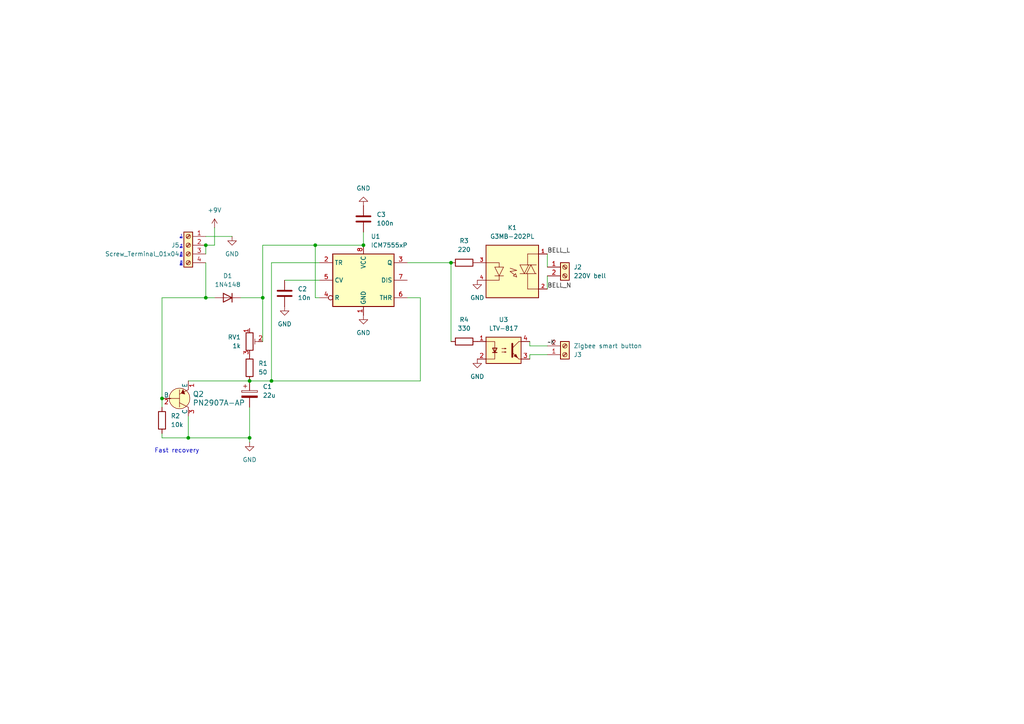
<source format=kicad_sch>
(kicad_sch (version 20250114) (generator "eeschema") (generator_version "9.0")
  (paper "A4")
  (title_block (title "Door bell") (date "2026-02-19") (rev "1.0") (company "Quinot Engineering"))
  (lib_symbols
    (symbol "Connector:Screw_Terminal_01x02" (pin_names (offset 1.016) (hide yes))
      (property "Reference" "J" (at 0 2.54 0))
      (property "Value" "Screw_Terminal_01x02" (at 0 -5.08 0))
      (symbol "Screw_Terminal_01x02_1_1"
        (rectangle (start -1.27 1.27) (end 1.27 -3.81) (stroke (width 0.254)) (fill (type background)))
        (polyline (pts (xy -0.5334 0.3302) (xy 0.3302 -0.508)) (stroke (width 0.1524)))
        (polyline (pts (xy -0.5334 -2.2098) (xy 0.3302 -3.048)) (stroke (width 0.1524)))
        (polyline (pts (xy -0.3556 0.508) (xy 0.508 -0.3302)) (stroke (width 0.1524)))
        (polyline (pts (xy -0.3556 -2.032) (xy 0.508 -2.8702)) (stroke (width 0.1524)))
        (circle (center 0 0) (radius 0.635) (stroke (width 0.1524)))
        (circle (center 0 -2.54) (radius 0.635) (stroke (width 0.1524)))
        (pin passive line (at -5.08 0 0) (length 3.81) (name "Pin_1") (number "1"))
        (pin passive line (at -5.08 -2.54 0) (length 3.81) (name "Pin_2") (number "2"))
      )
    )
    (symbol "Connector:Screw_Terminal_01x04" (pin_names (offset 1.016) (hide yes))
      (property "Reference" "J" (at 0 5.08 0))
      (property "Value" "Screw_Terminal_01x04" (at 0 -7.62 0))
      (symbol "Screw_Terminal_01x04_1_1"
        (rectangle (start -1.27 3.81) (end 1.27 -6.35) (stroke (width 0.254)) (fill (type background)))
        (polyline (pts (xy -0.5334 2.8702) (xy 0.3302 2.032)) (stroke (width 0.1524)))
        (polyline (pts (xy -0.5334 0.3302) (xy 0.3302 -0.508)) (stroke (width 0.1524)))
        (polyline (pts (xy -0.5334 -2.2098) (xy 0.3302 -3.048)) (stroke (width 0.1524)))
        (polyline (pts (xy -0.5334 -4.7498) (xy 0.3302 -5.588)) (stroke (width 0.1524)))
        (polyline (pts (xy -0.3556 3.048) (xy 0.508 2.2098)) (stroke (width 0.1524)))
        (polyline (pts (xy -0.3556 0.508) (xy 0.508 -0.3302)) (stroke (width 0.1524)))
        (polyline (pts (xy -0.3556 -2.032) (xy 0.508 -2.8702)) (stroke (width 0.1524)))
        (polyline (pts (xy -0.3556 -4.572) (xy 0.508 -5.4102)) (stroke (width 0.1524)))
        (circle (center 0 2.54) (radius 0.635) (stroke (width 0.1524)))
        (circle (center 0 0) (radius 0.635) (stroke (width 0.1524)))
        (circle (center 0 -2.54) (radius 0.635) (stroke (width 0.1524)))
        (circle (center 0 -5.08) (radius 0.635) (stroke (width 0.1524)))
        (pin passive line (at -5.08 2.54 0) (length 3.81) (name "Pin_1") (number "1"))
        (pin passive line (at -5.08 0 0) (length 3.81) (name "Pin_2") (number "2"))
        (pin passive line (at -5.08 -2.54 0) (length 3.81) (name "Pin_3") (number "3"))
        (pin passive line (at -5.08 -5.08 0) (length 3.81) (name "Pin_4") (number "4"))
      )
    )
    (symbol "Device:C" (pin_numbers (hide yes)) (pin_names (offset 0.254))
      (property "Reference" "C" (at 0.635 2.54 0))
      (property "Value" "C" (at 0.635 -2.54 0))
      (symbol "C_0_1"
        (polyline (pts (xy -2.032 0.762) (xy 2.032 0.762)) (stroke (width 0.508)))
        (polyline (pts (xy -2.032 -0.762) (xy 2.032 -0.762)) (stroke (width 0.508)))
      )
      (symbol "C_1_1"
        (pin passive line (at 0 3.81 270) (length 2.794) (name "~") (number "1"))
        (pin passive line (at 0 -3.81 90) (length 2.794) (name "~") (number "2"))
      )
    )
    (symbol "Device:C_Polarized" (pin_numbers (hide yes)) (pin_names (offset 0.254))
      (property "Reference" "C" (at 0.635 2.54 0))
      (property "Value" "C_Polarized" (at 0.635 -2.54 0))
      (symbol "C_Polarized_0_1"
        (rectangle (start -2.286 0.508) (end 2.286 1.016))
        (polyline (pts (xy -1.778 2.286) (xy -0.762 2.286)))
        (polyline (pts (xy -1.27 2.794) (xy -1.27 1.778)))
        (rectangle (start 2.286 -0.508) (end -2.286 -1.016) (fill (type outline)))
      )
      (symbol "C_Polarized_1_1"
        (pin passive line (at 0 3.81 270) (length 2.794) (name "~") (number "1"))
        (pin passive line (at 0 -3.81 90) (length 2.794) (name "~") (number "2"))
      )
    )
    (symbol "Device:R" (pin_numbers (hide yes)) (pin_names (offset 0))
      (property "Reference" "R" (at 2.032 0 90))
      (property "Value" "R" (at 0 0 90))
      (symbol "R_0_1"
        (rectangle (start -1.016 -2.54) (end 1.016 2.54) (stroke (width 0.254)))
      )
      (symbol "R_1_1"
        (pin passive line (at 0 3.81 270) (length 1.27) (name "~") (number "1"))
        (pin passive line (at 0 -3.81 90) (length 1.27) (name "~") (number "2"))
      )
    )
    (symbol "Device:R_Potentiometer_Trim" (pin_names (offset 1.016) (hide yes))
      (property "Reference" "RV" (at -4.445 0 90))
      (property "Value" "R_Potentiometer_Trim" (at -2.54 0 90))
      (symbol "R_Potentiometer_Trim_0_1"
        (rectangle (start 1.016 2.54) (end -1.016 -2.54) (stroke (width 0.254)))
        (polyline (pts (xy 1.524 0.762) (xy 1.524 -0.762)))
        (polyline (pts (xy 2.54 0) (xy 1.524 0)))
      )
      (symbol "R_Potentiometer_Trim_1_1"
        (pin passive line (at 0 3.81 270) (length 1.27) (name "1") (number "1"))
        (pin passive line (at 0 -3.81 90) (length 1.27) (name "3") (number "3"))
        (pin passive line (at 3.81 0 180) (length 1.27) (name "2") (number "2"))
      )
    )
    (symbol "Diode:1N4148" (pin_numbers (hide yes)) (pin_names (hide yes))
      (property "Reference" "D" (at 0 2.54 0))
      (property "Value" "1N4148" (at 0 -2.54 0))
      (symbol "1N4148_0_1"
        (polyline (pts (xy -1.27 1.27) (xy -1.27 -1.27)) (stroke (width 0.254)))
        (polyline (pts (xy 1.27 1.27) (xy 1.27 -1.27) (xy -1.27 0) (xy 1.27 1.27)) (stroke (width 0.254)))
        (polyline (pts (xy 1.27 0) (xy -1.27 0)))
      )
      (symbol "1N4148_1_1"
        (pin passive line (at -3.81 0 0) (length 2.54) (name "K") (number "1"))
        (pin passive line (at 3.81 0 180) (length 2.54) (name "A") (number "2"))
      )
    )
    (symbol "G3MB-202PL:G3MB-202PL" (pin_names (offset 1.016))
      (property "Reference" "K" (at -7.62 7.62 0))
      (property "Value" "G3MB-202PL" (at -7.62 -7.62 0))
      (symbol "G3MB-202PL_0_0"
        (rectangle (start -7.62 -7.62) (end 7.62 7.62) (stroke (width 0.254)) (fill (type background)))
        (polyline (pts (xy -5.08 1.27) (xy -3.81 -1.27)) (stroke (width 0.1524)))
        (polyline (pts (xy -5.08 -1.27) (xy -3.81 -1.27)) (stroke (width 0.1524)))
        (polyline (pts (xy -3.81 2.54) (xy -7.62 2.54)) (stroke (width 0.1524)))
        (polyline (pts (xy -3.81 1.27) (xy -5.08 1.27)) (stroke (width 0.1524)))
        (polyline (pts (xy -3.81 1.27) (xy -3.81 2.54)) (stroke (width 0.1524)))
        (polyline (pts (xy -3.81 -1.27) (xy -3.81 -2.54)) (stroke (width 0.1524)))
        (polyline (pts (xy -3.81 -1.27) (xy -2.54 1.27)) (stroke (width 0.1524)))
        (polyline (pts (xy -3.81 -1.27) (xy -2.54 -1.27)) (stroke (width 0.1524)))
        (polyline (pts (xy -3.81 -2.54) (xy -7.62 -2.54)) (stroke (width 0.1524)))
        (polyline (pts (xy -2.54 1.27) (xy -3.81 1.27)) (stroke (width 0.1524)))
        (polyline (pts (xy -0.635 0.9525) (xy 1.27 0.3175)) (stroke (width 0.1524)))
        (polyline (pts (xy -0.635 0) (xy 0.635 -0.9525)) (stroke (width 0.1524)))
        (polyline (pts (xy 0.3175 -1.27) (xy 1.27 -1.5875)) (stroke (width 0.1524)))
        (polyline (pts (xy 0.635 -0.9525) (xy 0.3175 -1.27)) (stroke (width 0.1524)))
        (polyline (pts (xy 0.9525 -0.635) (xy 0.635 -0.9525)) (stroke (width 0.1524)))
        (polyline (pts (xy 1.27 0.3175) (xy -0.635 0)) (stroke (width 0.1524)))
        (polyline (pts (xy 1.27 -1.5875) (xy 0.9525 -0.635)) (stroke (width 0.1524)))
        (polyline (pts (xy 2.2225 1.905) (xy 4.445 1.905)) (stroke (width 0.1524)))
        (polyline (pts (xy 2.2225 -0.635) (xy 3.4925 -0.635)) (stroke (width 0.1524)))
        (polyline (pts (xy 3.4925 -0.635) (xy 2.2225 1.905)) (stroke (width 0.1524)))
        (polyline (pts (xy 3.4925 -0.635) (xy 4.1275 -0.635)) (stroke (width 0.1524)))
        (polyline (pts (xy 4.1275 -0.635) (xy 4.445 -0.635)) (stroke (width 0.1524)))
        (polyline (pts (xy 4.445 5.08) (xy 4.445 1.905)) (stroke (width 0.1524)))
        (polyline (pts (xy 4.445 5.08) (xy 7.62 5.08)) (stroke (width 0.1524)))
        (polyline (pts (xy 4.445 1.905) (xy 4.7625 1.905)) (stroke (width 0.1524)))
        (polyline (pts (xy 4.445 -0.635) (xy 4.445 -5.08)) (stroke (width 0.1524)))
        (polyline (pts (xy 4.445 -0.635) (xy 6.6675 -0.635)) (stroke (width 0.1524)))
        (polyline (pts (xy 4.445 -5.08) (xy 7.62 -5.08)) (stroke (width 0.1524)))
        (polyline (pts (xy 4.7625 1.905) (xy 3.4925 -0.635)) (stroke (width 0.1524)))
        (polyline (pts (xy 4.7625 1.905) (xy 5.3975 1.905)) (stroke (width 0.1524)))
        (polyline (pts (xy 5.3975 1.905) (xy 4.1275 -0.635)) (stroke (width 0.1524)))
        (polyline (pts (xy 5.3975 1.905) (xy 6.985 1.905)) (stroke (width 0.1524)))
        (polyline (pts (xy 6.6675 -0.635) (xy 5.3975 1.905)) (stroke (width 0.1524)))
        (polyline (pts (xy 6.6675 -0.635) (xy 6.985 -0.635)) (stroke (width 0.1524)))
        (pin passive line (at -10.16 2.54 0) (length 2.54) (name "~") (number "3"))
        (pin passive line (at -10.16 -2.54 0) (length 2.54) (name "~") (number "4"))
        (pin passive line (at 10.16 5.08 180) (length 2.54) (name "~") (number "1"))
        (pin passive line (at 10.16 -5.08 180) (length 2.54) (name "~") (number "2"))
      )
    )
    (symbol "Isolator:LTV-817" (pin_names (offset 1.016))
      (property "Reference" "U" (at -5.08 5.08 0))
      (property "Value" "LTV-817" (at 0 5.08 0))
      (symbol "LTV-817_0_1"
        (rectangle (start -5.08 3.81) (end 5.08 -3.81) (stroke (width 0.254)) (fill (type background)))
        (polyline (pts (xy -5.08 2.54) (xy -2.54 2.54) (xy -2.54 -0.762)))
        (polyline (pts (xy -3.175 -0.635) (xy -1.905 -0.635)) (stroke (width 0.254)))
        (polyline (pts (xy -2.54 -0.635) (xy -2.54 -2.54) (xy -5.08 -2.54)))
        (polyline (pts (xy -2.54 -0.635) (xy -3.175 0.635) (xy -1.905 0.635) (xy -2.54 -0.635)) (stroke (width 0.254)))
        (polyline (pts (xy -0.508 0.508) (xy 0.762 0.508) (xy 0.381 0.381) (xy 0.381 0.635) (xy 0.762 0.508)))
        (polyline (pts (xy -0.508 -0.508) (xy 0.762 -0.508) (xy 0.381 -0.635) (xy 0.381 -0.381) (xy 0.762 -0.508)))
        (polyline (pts (xy 2.54 1.905) (xy 2.54 -1.905) (xy 2.54 -1.905)) (stroke (width 0.508)))
        (polyline (pts (xy 2.54 0.635) (xy 4.445 2.54)))
        (polyline (pts (xy 3.048 -1.651) (xy 3.556 -1.143) (xy 4.064 -2.159) (xy 3.048 -1.651) (xy 3.048 -1.651)) (fill (type outline)))
        (polyline (pts (xy 4.445 2.54) (xy 5.08 2.54)))
        (polyline (pts (xy 4.445 -2.54) (xy 2.54 -0.635)) (fill (type outline)))
        (polyline (pts (xy 4.445 -2.54) (xy 5.08 -2.54)))
      )
      (symbol "LTV-817_1_1"
        (pin passive line (at -7.62 2.54 0) (length 2.54) (name "~") (number "1"))
        (pin passive line (at -7.62 -2.54 0) (length 2.54) (name "~") (number "2"))
        (pin passive line (at 7.62 2.54 180) (length 2.54) (name "~") (number "4"))
        (pin passive line (at 7.62 -2.54 180) (length 2.54) (name "~") (number "3"))
      )
    )
    (symbol "Timer:ICM7555xP"
      (property "Reference" "U" (at -10.16 8.89 0))
      (property "Value" "ICM7555xP" (at 2.54 8.89 0))
      (symbol "ICM7555xP_0_0"
        (pin power_in line (at 0 10.16 270) (length 2.54) (name "VCC") (number "8"))
        (pin power_in line (at 0 -10.16 90) (length 2.54) (name "GND") (number "1"))
      )
      (symbol "ICM7555xP_0_1"
        (rectangle (start -8.89 -7.62) (end 8.89 7.62) (stroke (width 0.254)) (fill (type background)))
        (rectangle (start -8.89 -7.62) (end 8.89 7.62) (stroke (width 0.254)) (fill (type background)))
      )
      (symbol "ICM7555xP_1_1"
        (pin input line (at -12.7 5.08 0) (length 3.81) (name "TR") (number "2"))
        (pin input line (at -12.7 0 0) (length 3.81) (name "CV") (number "5"))
        (pin input inverted (at -12.7 -5.08 0) (length 3.81) (name "R") (number "4"))
        (pin output line (at 12.7 5.08 180) (length 3.81) (name "Q") (number "3"))
        (pin input line (at 12.7 0 180) (length 3.81) (name "DIS") (number "7"))
        (pin input line (at 12.7 -5.08 180) (length 3.81) (name "THR") (number "6"))
      )
    )
    (symbol "dk_Transistors-Bipolar-BJT-Single:PN2907A-AP" (pin_names (offset 0))
      (property "Reference" "Q" (at -2.3876 3.9116 0))
      (property "Value" "PN2907A-AP" (at 5.08 0 90))
      (symbol "PN2907A-AP_0_1"
        (polyline (pts (xy -3.81 0) (xy -2.54 0)))
        (polyline (pts (xy -3.556 0) (xy 0 0)))
        (polyline (pts (xy 0 2.54) (xy 0 -2.54)))
        (polyline (pts (xy 0 1.27) (xy 2.54 2.54)))
        (circle (center 0 0) (radius 2.9972) (fill (type background)))
        (polyline (pts (xy 0 -1.27) (xy 2.54 -2.54)))
        (polyline (pts (xy 1.016 2.54) (xy 0.508 1.524) (xy 1.524 1.27) (xy 1.016 2.54)) (fill (type outline)))
      )
      (symbol "PN2907A-AP_1_1"
        (pin input line (at -5.08 0 0) (length 2.54) (name "B") (number "2"))
        (pin passive line (at 2.54 5.08 270) (length 2.54) (name "E") (number "1"))
        (pin passive line (at 2.54 -5.08 90) (length 2.54) (name "C") (number "3"))
      )
    )
    (symbol "power:+9V" (power) (pin_numbers (hide yes)) (pin_names (offset 0) (hide yes))
      (property "Value" "+9V" (at 0 3.556 0))
      (symbol "+9V_0_1"
        (polyline (pts (xy -0.762 1.27) (xy 0 2.54)))
        (polyline (pts (xy 0 2.54) (xy 0.762 1.27)))
        (polyline (pts (xy 0 0) (xy 0 2.54)))
      )
      (symbol "+9V_1_1"
        (pin power_in line (at 0 0 90) (length 0) (name "~") (number "1"))
      )
    )
    (symbol "power:GND" (power) (pin_numbers (hide yes)) (pin_names (offset 0) (hide yes))
      (property "Value" "GND" (at 0 -3.81 0))
      (symbol "GND_0_1"
        (polyline (pts (xy 0 0) (xy 0 -1.27) (xy 1.27 -1.27) (xy 0 -2.54) (xy -1.27 -1.27) (xy 0 -1.27)))
      )
      (symbol "GND_1_1"
        (pin power_in line (at 0 0 270) (length 0) (name "~") (number "1"))
      )
    )
  )
  (text "Fast recovery" (at 51.308 130.81 0) (effects (font (size 1.27 1.27))))
  (text "Btn  Btn  B+   B-" (at 52.578 72.644 90) (effects (font (size 0.63 0.63))))
  (junction (at 78.74 110.49))
  (junction (at 72.39 110.49))
  (junction (at 46.99 115.57))
  (junction (at 59.69 71.12))
  (junction (at 130.81 76.2))
  (junction (at 72.39 127))
  (junction (at 54.61 127))
  (junction (at 105.41 71.12))
  (junction (at 59.69 86.36))
  (junction (at 76.2 86.36))
  (junction (at 91.44 71.12))
  (wire (pts (xy 59.69 71.12) (xy 59.69 73.66)))
  (wire (pts (xy 54.61 120.65) (xy 54.61 127)))
  (wire (pts (xy 72.39 110.49) (xy 78.74 110.49)))
  (wire (pts (xy 54.61 127) (xy 72.39 127)))
  (wire (pts (xy 91.44 71.12) (xy 105.41 71.12)))
  (wire (pts (xy 92.71 76.2) (xy 78.74 76.2)))
  (wire (pts (xy 59.69 86.36) (xy 62.23 86.36)))
  (wire (pts (xy 130.81 76.2) (xy 130.81 99.06)))
  (wire (pts (xy 158.75 73.66) (xy 158.75 77.47)))
  (wire (pts (xy 153.67 100.33) (xy 153.67 99.06)))
  (wire (pts (xy 69.85 86.36) (xy 76.2 86.36)))
  (wire (pts (xy 78.74 76.2) (xy 78.74 110.49)))
  (wire (pts (xy 46.99 86.36) (xy 46.99 115.57)))
  (wire (pts (xy 76.2 71.12) (xy 91.44 71.12)))
  (wire (pts (xy 46.99 127) (xy 54.61 127)))
  (wire (pts (xy 78.74 110.49) (xy 121.92 110.49)))
  (wire (pts (xy 121.92 86.36) (xy 118.11 86.36)))
  (wire (pts (xy 92.71 86.36) (xy 91.44 86.36)))
  (wire (pts (xy 46.99 127) (xy 46.99 125.73)))
  (wire (pts (xy 105.41 67.31) (xy 105.41 71.12)))
  (wire (pts (xy 118.11 76.2) (xy 130.81 76.2)))
  (wire (pts (xy 153.67 102.87) (xy 158.75 102.87)))
  (wire (pts (xy 72.39 118.11) (xy 72.39 127)))
  (wire (pts (xy 153.67 100.33) (xy 158.75 100.33)))
  (wire (pts (xy 121.92 86.36) (xy 121.92 110.49)))
  (wire (pts (xy 76.2 86.36) (xy 76.2 99.06)))
  (wire (pts (xy 91.44 86.36) (xy 91.44 71.12)))
  (wire (pts (xy 62.23 71.12) (xy 59.69 71.12)))
  (wire (pts (xy 54.61 110.49) (xy 72.39 110.49)))
  (wire (pts (xy 82.55 81.28) (xy 92.71 81.28)))
  (wire (pts (xy 76.2 71.12) (xy 76.2 86.36)))
  (wire (pts (xy 72.39 128.27) (xy 72.39 127)))
  (wire (pts (xy 62.23 66.04) (xy 62.23 71.12)))
  (wire (pts (xy 158.75 80.01) (xy 158.75 83.82)))
  (wire (pts (xy 59.69 86.36) (xy 46.99 86.36)))
  (wire (pts (xy 59.69 68.58) (xy 67.31 68.58)))
  (wire (pts (xy 153.67 102.87) (xy 153.67 104.14)))
  (wire (pts (xy 46.99 118.11) (xy 46.99 115.57)))
  (wire (pts (xy 59.69 76.2) (xy 59.69 86.36)))
  (label "BELL_N" (at 158.75 83.82 0))
  (label "BELL_L" (at 158.75 73.66 0))
  (label "~K" (at 158.75 100.33 0))
  (symbol (lib_id "Timer:ICM7555xP") (at 105.41 81.28 0) (unit 1)
    (property "Reference" "U1" (at 107.5533 68.58 0) (effects (justify left)))
    (property "Value" "ICM7555xP" (at 107.5533 71.12 0) (effects (justify left)))
    (property "Footprint" "Package_DIP:DIP-8_W7.62mm" (effects (hide yes)))
    (property "Datasheet" "http://www.intersil.com/content/dam/Intersil/documents/icm7/icm7555-56.pdf" (effects (hide yes)))
    (property "Description" "CMOS General Purpose Timer, 555 compatible, PDIP-8" (effects (hide yes)))
  )
  (symbol (lib_id "Device:R") (at 72.39 106.68 0) (unit 1)
    (property "Reference" "R1" (at 74.93 105.4099 0) (effects (justify left)))
    (property "Value" "50" (at 74.93 107.9499 0) (effects (justify left)))
    (property "Footprint" "Resistor_THT:R_Axial_DIN0207_L6.3mm_D2.5mm_P7.62mm_Horizontal" (effects (hide yes)))
    (property "Description" "Resistor" (effects (hide yes)))
  )
  (symbol (lib_id "power:GND") (at 72.39 128.27 0) (unit 1)
    (property "Reference" "#PWR04" (effects (hide yes)))
    (property "Value" "GND" (at 72.39 133.35 0))
    (property "Description" "Power symbol creates a global label with name \"GND\" , ground" (effects (hide yes)))
  )
  (symbol (lib_id "Device:R") (at 134.62 76.2 90) (unit 1)
    (property "Reference" "R3" (at 134.62 69.85 90))
    (property "Value" "220" (at 134.62 72.39 90))
    (property "Footprint" "Resistor_THT:R_Axial_DIN0207_L6.3mm_D2.5mm_P7.62mm_Horizontal" (effects (hide yes)))
    (property "Description" "Resistor" (effects (hide yes)))
  )
  (symbol (lib_id "power:+9V") (at 62.23 66.04 0) (unit 1)
    (property "Reference" "#PWR01" (effects (hide yes)))
    (property "Value" "+9V" (at 62.23 60.96 0))
    (property "Description" "Power symbol creates a global label with name \"+9V\"" (effects (hide yes)))
  )
  (symbol (lib_id "Device:C") (at 82.55 85.09 0) (unit 1)
    (property "Reference" "C2" (at 86.36 83.8199 0) (effects (justify left)))
    (property "Value" "10n" (at 86.36 86.3599 0) (effects (justify left)))
    (property "Footprint" "Capacitor_THT:C_Disc_D5.0mm_W2.5mm_P2.50mm" (effects (hide yes)))
    (property "Description" "Unpolarized capacitor" (effects (hide yes)))
  )
  (symbol (lib_id "Connector:Screw_Terminal_01x02") (at 163.83 102.87 0) (mirror x) (unit 1)
    (property "Reference" "J3" (at 166.37 102.8701 0) (effects (justify left)))
    (property "Value" "Zigbee smart button" (at 166.37 100.3301 0) (effects (justify left)))
    (property "Footprint" "TerminalBlock:TerminalBlock_Xinya_XY308-2.54-2P_1x02_P2.54mm_Horizontal" (effects (hide yes)))
    (property "Description" "Generic screw terminal, single row, 01x02, script generated (kicad-library-utils/schlib/autogen/connector/)" (effects (hide yes)))
  )
  (symbol (lib_id "power:GND") (at 67.31 68.58 0) (unit 1)
    (property "Reference" "#PWR02" (effects (hide yes)))
    (property "Value" "GND" (at 67.31 73.66 0))
    (property "Description" "Power symbol creates a global label with name \"GND\" , ground" (effects (hide yes)))
  )
  (symbol (lib_id "Connector:Screw_Terminal_01x04") (at 54.61 71.12 0) (mirror y) (unit 1)
    (property "Reference" "J5" (at 52.07 71.1199 0) (effects (justify left)))
    (property "Value" "Screw_Terminal_01x04" (at 52.07 73.6599 0) (effects (justify left)))
    (property "Footprint" "TerminalBlock:TerminalBlock_Xinya_XY308-2.54-4P_1x04_P2.54mm_Horizontal" (effects (hide yes)))
    (property "Description" "Generic screw terminal, single row, 01x04, script generated (kicad-library-utils/schlib/autogen/connector/)" (effects (hide yes)))
  )
  (symbol (lib_id "Device:C") (at 105.41 63.5 0) (unit 1)
    (property "Reference" "C3" (at 109.22 62.2299 0) (effects (justify left)))
    (property "Value" "100n" (at 109.22 64.7699 0) (effects (justify left)))
    (property "Footprint" "Capacitor_THT:C_Disc_D5.0mm_W2.5mm_P2.50mm" (effects (hide yes)))
    (property "Description" "Unpolarized capacitor" (effects (hide yes)))
  )
  (symbol (lib_id "dk_Transistors-Bipolar-BJT-Single:PN2907A-AP") (at 52.07 115.57 0) (unit 1)
    (property "Reference" "Q2" (at 55.88 114.2999 0) (effects (font (size 1.524 1.524)) (justify left)))
    (property "Value" "PN2907A-AP" (at 55.88 116.8399 0) (effects (font (size 1.524 1.524)) (justify left)))
    (property "Footprint" "digikey-footprints:TO-92-3_Formed_Leads" (effects (hide yes)))
    (property "Datasheet" "https://www.mccsemi.com/pdf/Products/PN2907A(TO-92).pdf" (effects (hide yes)))
    (property "Description" "TRANS PNP 60V 0.6A TO92" (effects (hide yes)))
    (property "Digi-Key_PN" "PN2907A-APCT-ND" (effects (hide yes)))
    (property "MPN" "PN2907A-AP" (effects (hide yes)))
    (property "Category" "Discrete Semiconductor Products" (effects (hide yes)))
    (property "Family" "Transistors - Bipolar (BJT) - Single" (effects (hide yes)))
    (property "DK_Datasheet_Link" "https://www.mccsemi.com/pdf/Products/PN2907A(TO-92).pdf" (effects (hide yes)))
    (property "DK_Detail_Page" "/product-detail/en/micro-commercial-co/PN2907A-AP/PN2907A-APCT-ND/950625" (effects (hide yes)))
    (property "Description_1" "TRANS PNP 60V 0.6A TO92" (effects (hide yes)))
    (property "Manufacturer" "Micro Commercial Co" (effects (hide yes)))
    (property "Status" "Active" (effects (hide yes)))
  )
  (symbol (lib_id "Device:R") (at 46.99 121.92 0) (unit 1)
    (property "Reference" "R2" (at 49.53 120.6499 0) (effects (justify left)))
    (property "Value" "10k" (at 49.53 123.1899 0) (effects (justify left)))
    (property "Footprint" "Resistor_THT:R_Axial_DIN0207_L6.3mm_D2.5mm_P7.62mm_Horizontal" (effects (hide yes)))
    (property "Description" "Resistor" (effects (hide yes)))
  )
  (symbol (lib_id "power:GND") (at 105.41 59.69 0) (mirror x) (unit 1)
    (property "Reference" "#PWR09" (effects (hide yes)))
    (property "Value" "GND" (at 105.41 54.61 0))
    (property "Description" "Power symbol creates a global label with name \"GND\" , ground" (effects (hide yes)))
  )
  (symbol (lib_id "Device:R_Potentiometer_Trim") (at 72.39 99.06 0) (unit 1)
    (property "Reference" "RV1" (at 69.85 97.7899 0) (effects (justify right)))
    (property "Value" "1k" (at 69.85 100.3299 0) (effects (justify right)))
    (property "Footprint" "Potentiometer_THT:Potentiometer_Runtron_RM-065_Vertical" (effects (hide yes)))
    (property "Description" "Trim-potentiometer" (effects (hide yes)))
  )
  (symbol (lib_id "G3MB-202PL:G3MB-202PL") (at 148.59 78.74 0) (unit 1)
    (property "Reference" "K1" (at 148.59 66.04 0))
    (property "Value" "G3MB-202PL" (at 148.59 68.58 0))
    (property "Footprint" "G3MB-202PL:RELAY_G3MB-202PL" (effects (hide yes)))
    (property "MF" "Omron Automation and Safety" (effects (hide yes)))
    (property "MAXIMUM_PACKAGE_HEIGHT" "20.5 mm" (effects (hide yes)))
    (property "CREATOR" "KARTHIK" (effects (hide yes)))
    (property "Package" "SIP-4 Omron Automation" (effects (hide yes)))
    (property "Check_prices" "https://www.snapeda.com/parts/G3MB-202P%20DC5/Omron+Automation+and+Safety/view-part/?ref=eda" (effects (hide yes)))
    (property "STANDARD" "Manufacturer Recommendation" (effects (hide yes)))
    (property "PARTREV" "06/09" (effects (hide yes)))
    (property "SnapEDA_Link" "https://www.snapeda.com/parts/G3MB-202P%20DC5/Omron+Automation+and+Safety/view-part/?ref=snap" (effects (hide yes)))
    (property "MP" "G3MB-202P DC5" (effects (hide yes)))
    (property "Purchase-URL" "https://www.snapeda.com/api/url_track_click_mouser/?unipart_id=7674038&manufacturer=Omron Automation and Safety&part_name=G3MB-202P DC5&search_term=None" (effects (hide yes)))
    (property "Description_1" "Solid State Photo-Coupled Relay (Photorelay) SPST-NO (1 Form A) 4-SIP" (effects (hide yes)))
    (property "MANUFACTURER" "Omron Automation and Safety" (effects (hide yes)))
    (property "SNAPEDA_PN" "G3MB-202P DC5" (effects (hide yes)))
  )
  (symbol (lib_id "power:GND") (at 138.43 104.14 0) (unit 1)
    (property "Reference" "#PWR08" (effects (hide yes)))
    (property "Value" "GND" (at 138.43 109.22 0))
    (property "Description" "Power symbol creates a global label with name \"GND\" , ground" (effects (hide yes)))
  )
  (symbol (lib_id "Diode:1N4148") (at 66.04 86.36 0) (mirror y) (unit 1)
    (property "Reference" "D1" (at 66.04 80.01 0))
    (property "Value" "1N4148" (at 66.04 82.55 0))
    (property "Footprint" "Diode_THT:D_DO-35_SOD27_P7.62mm_Horizontal" (effects (hide yes)))
    (property "Datasheet" "https://assets.nexperia.com/documents/data-sheet/1N4148_1N4448.pdf" (effects (hide yes)))
    (property "Description" "100V 0.15A standard switching diode, DO-35" (effects (hide yes)))
    (property "Sim.Device" "D" (effects (hide yes)))
    (property "Sim.Pins" "1=K 2=A" (effects (hide yes)))
  )
  (symbol (lib_id "power:GND") (at 82.55 88.9 0) (unit 1)
    (property "Reference" "#PWR06" (effects (hide yes)))
    (property "Value" "GND" (at 82.55 93.98 0))
    (property "Description" "Power symbol creates a global label with name \"GND\" , ground" (effects (hide yes)))
  )
  (symbol (lib_id "Device:R") (at 134.62 99.06 90) (unit 1)
    (property "Reference" "R4" (at 134.62 92.71 90))
    (property "Value" "330" (at 134.62 95.25 90))
    (property "Footprint" "Resistor_THT:R_Axial_DIN0207_L6.3mm_D2.5mm_P7.62mm_Horizontal" (effects (hide yes)))
    (property "Description" "Resistor" (effects (hide yes)))
  )
  (symbol (lib_id "Isolator:LTV-817") (at 146.05 101.6 0) (unit 1)
    (property "Reference" "U3" (at 146.05 92.71 0))
    (property "Value" "LTV-817" (at 146.05 95.25 0))
    (property "Footprint" "Package_DIP:DIP-4_W7.62mm" (effects (hide yes)))
    (property "Datasheet" "http://www.us.liteon.com/downloads/LTV-817-827-847.PDF" (effects (hide yes)))
    (property "Description" "DC Optocoupler, Vce 35V, CTR 50%, DIP-4" (effects (hide yes)))
  )
  (symbol (lib_id "Connector:Screw_Terminal_01x02") (at 163.83 77.47 0) (unit 1)
    (property "Reference" "J2" (at 166.37 77.4699 0) (effects (justify left)))
    (property "Value" "220V bell" (at 166.37 80.0099 0) (effects (justify left)))
    (property "Footprint" "TerminalBlock:TerminalBlock_MaiXu_MX126-5.0-02P_1x02_P5.00mm" (effects (hide yes)))
    (property "Description" "Generic screw terminal, single row, 01x02, script generated (kicad-library-utils/schlib/autogen/connector/)" (effects (hide yes)))
  )
  (symbol (lib_id "Device:C_Polarized") (at 72.39 114.3 0) (unit 1)
    (property "Reference" "C1" (at 76.2 112.1409 0) (effects (justify left)))
    (property "Value" "22u" (at 76.2 114.6809 0) (effects (justify left)))
    (property "Footprint" "Capacitor_THT:CP_Radial_D5.0mm_P2.50mm" (effects (hide yes)))
    (property "Description" "Polarized capacitor" (effects (hide yes)))
  )
  (symbol (lib_id "power:GND") (at 105.41 91.44 0) (unit 1)
    (property "Reference" "#PWR03" (effects (hide yes)))
    (property "Value" "GND" (at 105.41 96.52 0))
    (property "Description" "Power symbol creates a global label with name \"GND\" , ground" (effects (hide yes)))
  )
  (symbol (lib_id "power:GND") (at 138.43 81.28 0) (unit 1)
    (property "Reference" "#PWR07" (effects (hide yes)))
    (property "Value" "GND" (at 138.43 86.36 0))
    (property "Description" "Power symbol creates a global label with name \"GND\" , ground" (effects (hide yes)))
  )
)
</source>
